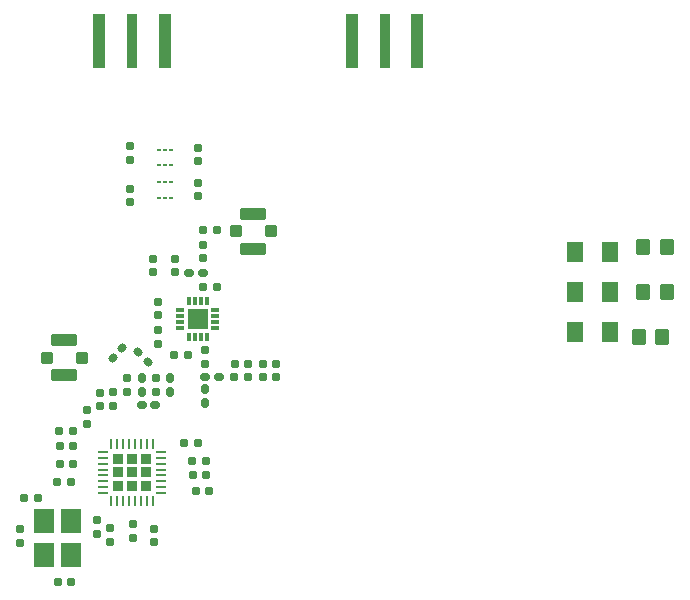
<source format=gtp>
%TF.GenerationSoftware,KiCad,Pcbnew,8.0.5+dfsg-1*%
%TF.CreationDate,2025-01-09T02:44:44+00:00*%
%TF.ProjectId,LTT,4c54542e-6b69-4636-9164-5f7063625858,rev?*%
%TF.SameCoordinates,Original*%
%TF.FileFunction,Paste,Top*%
%TF.FilePolarity,Positive*%
%FSLAX46Y46*%
G04 Gerber Fmt 4.6, Leading zero omitted, Abs format (unit mm)*
G04 Created by KiCad (PCBNEW 8.0.5+dfsg-1) date 2025-01-09 02:44:44*
%MOMM*%
%LPD*%
G01*
G04 APERTURE LIST*
G04 Aperture macros list*
%AMRoundRect*
0 Rectangle with rounded corners*
0 $1 Rounding radius*
0 $2 $3 $4 $5 $6 $7 $8 $9 X,Y pos of 4 corners*
0 Add a 4 corners polygon primitive as box body*
4,1,4,$2,$3,$4,$5,$6,$7,$8,$9,$2,$3,0*
0 Add four circle primitives for the rounded corners*
1,1,$1+$1,$2,$3*
1,1,$1+$1,$4,$5*
1,1,$1+$1,$6,$7*
1,1,$1+$1,$8,$9*
0 Add four rect primitives between the rounded corners*
20,1,$1+$1,$2,$3,$4,$5,0*
20,1,$1+$1,$4,$5,$6,$7,0*
20,1,$1+$1,$6,$7,$8,$9,0*
20,1,$1+$1,$8,$9,$2,$3,0*%
G04 Aperture macros list end*
%ADD10RoundRect,0.160000X0.160000X-0.222500X0.160000X0.222500X-0.160000X0.222500X-0.160000X-0.222500X0*%
%ADD11RoundRect,0.155000X-0.155000X0.212500X-0.155000X-0.212500X0.155000X-0.212500X0.155000X0.212500X0*%
%ADD12RoundRect,0.155000X0.155000X-0.212500X0.155000X0.212500X-0.155000X0.212500X-0.155000X-0.212500X0*%
%ADD13RoundRect,0.155000X-0.212500X-0.155000X0.212500X-0.155000X0.212500X0.155000X-0.212500X0.155000X0*%
%ADD14RoundRect,0.155000X0.212500X0.155000X-0.212500X0.155000X-0.212500X-0.155000X0.212500X-0.155000X0*%
%ADD15R,0.300000X0.750000*%
%ADD16R,0.750000X0.300000*%
%ADD17R,1.700000X1.700000*%
%ADD18R,1.800000X2.100000*%
%ADD19RoundRect,0.160000X0.197500X0.160000X-0.197500X0.160000X-0.197500X-0.160000X0.197500X-0.160000X0*%
%ADD20RoundRect,0.232500X0.232500X-0.232500X0.232500X0.232500X-0.232500X0.232500X-0.232500X-0.232500X0*%
%ADD21RoundRect,0.062500X0.062500X-0.375000X0.062500X0.375000X-0.062500X0.375000X-0.062500X-0.375000X0*%
%ADD22RoundRect,0.062500X0.375000X-0.062500X0.375000X0.062500X-0.375000X0.062500X-0.375000X-0.062500X0*%
%ADD23RoundRect,0.100000X-0.400000X0.400000X-0.400000X-0.400000X0.400000X-0.400000X0.400000X0.400000X0*%
%ADD24RoundRect,0.105000X-0.995000X0.420000X-0.995000X-0.420000X0.995000X-0.420000X0.995000X0.420000X0*%
%ADD25RoundRect,0.250000X-0.350000X-0.450000X0.350000X-0.450000X0.350000X0.450000X-0.350000X0.450000X0*%
%ADD26RoundRect,0.160000X0.222500X0.160000X-0.222500X0.160000X-0.222500X-0.160000X0.222500X-0.160000X0*%
%ADD27RoundRect,0.160000X0.160000X-0.197500X0.160000X0.197500X-0.160000X0.197500X-0.160000X-0.197500X0*%
%ADD28RoundRect,0.160000X0.270468X-0.044194X-0.044194X0.270468X-0.270468X0.044194X0.044194X-0.270468X0*%
%ADD29RoundRect,0.155000X0.040659X0.259862X-0.259862X-0.040659X-0.040659X-0.259862X0.259862X0.040659X0*%
%ADD30R,0.850000X4.560000*%
%ADD31R,1.000000X4.560000*%
%ADD32RoundRect,0.250001X-0.462499X-0.624999X0.462499X-0.624999X0.462499X0.624999X-0.462499X0.624999X0*%
%ADD33RoundRect,0.160000X-0.197500X-0.160000X0.197500X-0.160000X0.197500X0.160000X-0.197500X0.160000X0*%
%ADD34RoundRect,0.160000X-0.222500X-0.160000X0.222500X-0.160000X0.222500X0.160000X-0.222500X0.160000X0*%
%ADD35R,0.355600X0.279400*%
%ADD36RoundRect,0.100000X0.400000X-0.400000X0.400000X0.400000X-0.400000X0.400000X-0.400000X-0.400000X0*%
%ADD37RoundRect,0.105000X0.995000X-0.420000X0.995000X0.420000X-0.995000X0.420000X-0.995000X-0.420000X0*%
G04 APERTURE END LIST*
D10*
%TO.C,L7*%
X126621250Y-108701250D03*
X126621250Y-107556250D03*
%TD*%
D11*
%TO.C,C6*%
X121971250Y-110271250D03*
X121971250Y-111406250D03*
%TD*%
D12*
%TO.C,C20*%
X132000000Y-106317500D03*
X132000000Y-105182500D03*
%TD*%
%TO.C,C13*%
X131822500Y-97367500D03*
X131822500Y-96232500D03*
%TD*%
D11*
%TO.C,C36*%
X125681250Y-91513750D03*
X125681250Y-92648750D03*
%TD*%
D13*
%TO.C,C19*%
X130253750Y-113028750D03*
X131388750Y-113028750D03*
%TD*%
D14*
%TO.C,C16*%
X120838750Y-113288750D03*
X119703750Y-113288750D03*
%TD*%
D15*
%TO.C,U3*%
X130630000Y-104025000D03*
X131130000Y-104025000D03*
X131630000Y-104025000D03*
X132130000Y-104025000D03*
D16*
X132880000Y-103275000D03*
X132880000Y-102775000D03*
X132880000Y-102275000D03*
X132880000Y-101775000D03*
D15*
X132130000Y-101025000D03*
X131630000Y-101025000D03*
X131130000Y-101025000D03*
X130630000Y-101025000D03*
D16*
X129880000Y-101775000D03*
X129880000Y-102275000D03*
X129880000Y-102775000D03*
X129880000Y-103275000D03*
D17*
X131380000Y-102525000D03*
%TD*%
D12*
%TO.C,C32*%
X125421250Y-108696250D03*
X125421250Y-107561250D03*
%TD*%
D18*
%TO.C,Y2*%
X118341250Y-119651250D03*
X118341250Y-122551250D03*
X120641250Y-122551250D03*
X120641250Y-119651250D03*
%TD*%
D19*
%TO.C,R15*%
X135670000Y-107400000D03*
X134475000Y-107400000D03*
%TD*%
D20*
%TO.C,U4*%
X124671250Y-116676250D03*
X125821250Y-116676250D03*
X126971250Y-116676250D03*
X124671250Y-115526250D03*
X125821250Y-115526250D03*
X126971250Y-115526250D03*
X124671250Y-114376250D03*
X125821250Y-114376250D03*
X126971250Y-114376250D03*
D21*
X124071250Y-117963750D03*
X124571250Y-117963750D03*
X125071250Y-117963750D03*
X125571250Y-117963750D03*
X126071250Y-117963750D03*
X126571250Y-117963750D03*
X127071250Y-117963750D03*
X127571250Y-117963750D03*
D22*
X128258750Y-117276250D03*
X128258750Y-116776250D03*
X128258750Y-116276250D03*
X128258750Y-115776250D03*
X128258750Y-115276250D03*
X128258750Y-114776250D03*
X128258750Y-114276250D03*
X128258750Y-113776250D03*
D21*
X127571250Y-113088750D03*
X127071250Y-113088750D03*
X126571250Y-113088750D03*
X126071250Y-113088750D03*
X125571250Y-113088750D03*
X125071250Y-113088750D03*
X124571250Y-113088750D03*
X124071250Y-113088750D03*
D22*
X123383750Y-113776250D03*
X123383750Y-114276250D03*
X123383750Y-114776250D03*
X123383750Y-115276250D03*
X123383750Y-115776250D03*
X123383750Y-116276250D03*
X123383750Y-116776250D03*
X123383750Y-117276250D03*
%TD*%
D13*
%TO.C,C12*%
X131221250Y-117128750D03*
X132356250Y-117128750D03*
%TD*%
D12*
%TO.C,C31*%
X127821250Y-108696250D03*
X127821250Y-107561250D03*
%TD*%
D13*
%TO.C,C50*%
X136905000Y-106300000D03*
X138040000Y-106300000D03*
%TD*%
D23*
%TO.C,RX_TP1*%
X121600000Y-105800000D03*
D24*
X120100000Y-107275000D03*
D23*
X118600000Y-105800000D03*
D24*
X120100000Y-104325000D03*
%TD*%
D11*
%TO.C,C40*%
X116341250Y-120333750D03*
X116341250Y-121468750D03*
%TD*%
D12*
%TO.C,C37*%
X131406250Y-89156250D03*
X131406250Y-88021250D03*
%TD*%
D13*
%TO.C,C17*%
X131855000Y-95000000D03*
X132990000Y-95000000D03*
%TD*%
D25*
%TO.C,R3*%
X169077500Y-100250000D03*
X171077500Y-100250000D03*
%TD*%
D14*
%TO.C,C39*%
X120658750Y-124801250D03*
X119523750Y-124801250D03*
%TD*%
D26*
%TO.C,L5*%
X127793750Y-109843750D03*
X126648750Y-109843750D03*
%TD*%
D27*
%TO.C,R6*%
X128000000Y-104630000D03*
X128000000Y-103435000D03*
%TD*%
D26*
%TO.C,L11*%
X133145000Y-107400000D03*
X132000000Y-107400000D03*
%TD*%
D10*
%TO.C,L6*%
X129021250Y-108701250D03*
X129021250Y-107556250D03*
%TD*%
D25*
%TO.C,R2*%
X168712500Y-104060000D03*
X170712500Y-104060000D03*
%TD*%
D11*
%TO.C,C38*%
X125681250Y-87913750D03*
X125681250Y-89048750D03*
%TD*%
D28*
%TO.C,L8*%
X127164457Y-106164457D03*
X126354819Y-105354819D03*
%TD*%
D29*
%TO.C,C7*%
X125001283Y-104998717D03*
X124198717Y-105801283D03*
%TD*%
D14*
%TO.C,C23*%
X120621250Y-116338750D03*
X119486250Y-116338750D03*
%TD*%
D12*
%TO.C,C30*%
X123071250Y-109906250D03*
X123071250Y-108771250D03*
%TD*%
D11*
%TO.C,C33*%
X123950000Y-120250000D03*
X123950000Y-121385000D03*
%TD*%
D14*
%TO.C,C14*%
X117838750Y-117688750D03*
X116703750Y-117688750D03*
%TD*%
D27*
%TO.C,R5*%
X122821250Y-120773750D03*
X122821250Y-119578750D03*
%TD*%
D25*
%TO.C,R4*%
X169077500Y-96440000D03*
X171077500Y-96440000D03*
%TD*%
D30*
%TO.C,J2*%
X147200750Y-78958500D03*
D31*
X149970750Y-78958500D03*
X144430750Y-78958500D03*
%TD*%
D32*
%TO.C,D2*%
X163292500Y-100250000D03*
X166267500Y-100250000D03*
%TD*%
D33*
%TO.C,R8*%
X129402500Y-105600000D03*
X130597500Y-105600000D03*
%TD*%
D13*
%TO.C,C8*%
X131855000Y-99800000D03*
X132990000Y-99800000D03*
%TD*%
D12*
%TO.C,C11*%
X129422500Y-98567500D03*
X129422500Y-97432500D03*
%TD*%
D10*
%TO.C,L4*%
X131975000Y-109622500D03*
X131975000Y-108477500D03*
%TD*%
D34*
%TO.C,L1*%
X130650000Y-98600000D03*
X131795000Y-98600000D03*
%TD*%
D32*
%TO.C,D1*%
X163292500Y-103640000D03*
X166267500Y-103640000D03*
%TD*%
D30*
%TO.C,J3*%
X125830000Y-78958500D03*
D31*
X128600000Y-78958500D03*
X123060000Y-78958500D03*
%TD*%
D14*
%TO.C,C28*%
X120850513Y-114834829D03*
X119715513Y-114834829D03*
%TD*%
D19*
%TO.C,R7*%
X132118750Y-114528750D03*
X130923750Y-114528750D03*
%TD*%
D35*
%TO.C,U5*%
X129081376Y-90961248D03*
X128581250Y-90961248D03*
X128081124Y-90961248D03*
X128081124Y-92281250D03*
X128581250Y-92281250D03*
X129081376Y-92281250D03*
%TD*%
D11*
%TO.C,C24*%
X127650000Y-120282500D03*
X127650000Y-121417500D03*
%TD*%
D13*
%TO.C,C49*%
X136905000Y-107400000D03*
X138040000Y-107400000D03*
%TD*%
D11*
%TO.C,C5*%
X128000000Y-101065000D03*
X128000000Y-102200000D03*
%TD*%
D32*
%TO.C,D3*%
X163292500Y-96860000D03*
X166267500Y-96860000D03*
%TD*%
D35*
%TO.C,U6*%
X128081124Y-89531250D03*
X128581250Y-89531250D03*
X129081376Y-89531250D03*
X129081376Y-88211248D03*
X128581250Y-88211248D03*
X128081124Y-88211248D03*
%TD*%
D12*
%TO.C,C10*%
X127622500Y-98567500D03*
X127622500Y-97432500D03*
%TD*%
%TO.C,C21*%
X124171250Y-109856250D03*
X124171250Y-108721250D03*
%TD*%
D36*
%TO.C,TX_TP1*%
X134600000Y-95100000D03*
D37*
X136100000Y-93625000D03*
D36*
X137600000Y-95100000D03*
D37*
X136100000Y-96575000D03*
%TD*%
D11*
%TO.C,C9*%
X125921250Y-119900000D03*
X125921250Y-121035000D03*
%TD*%
D13*
%TO.C,C15*%
X130953750Y-115728750D03*
X132088750Y-115728750D03*
%TD*%
D14*
%TO.C,C51*%
X135640000Y-106300000D03*
X134505000Y-106300000D03*
%TD*%
%TO.C,C26*%
X120788750Y-111978750D03*
X119653750Y-111978750D03*
%TD*%
D11*
%TO.C,C35*%
X131381250Y-91013750D03*
X131381250Y-92148750D03*
%TD*%
M02*

</source>
